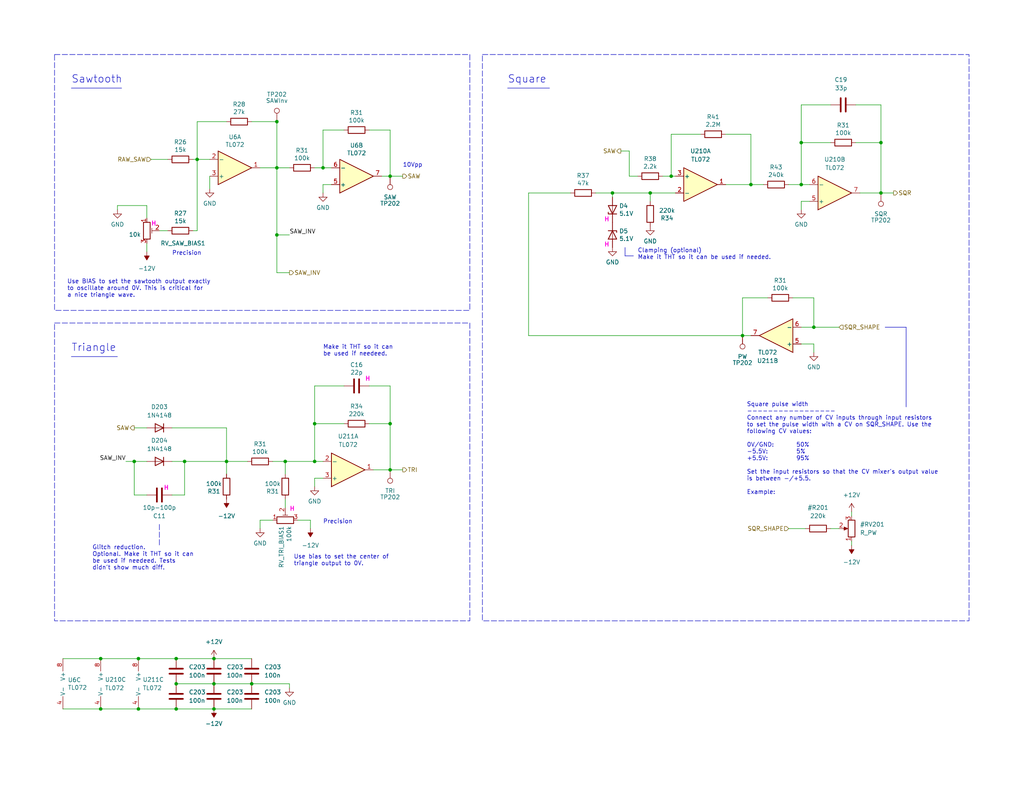
<source format=kicad_sch>
(kicad_sch (version 20231120) (generator "eeschema") (generator_version "8.0")
  (paper "User" 310.007 240.005)
  (title_block (title "Waveshapers"))
  (lib_symbols
    (symbol "-12V_1" (power) (pin_names (offset 0))
      (property "Value" "-12V_1" (at 0 3.81 0))
      (symbol "-12V_1_0_0"
        (pin power_in line (at 0 0 90) (length 0) hide (name "-12V") (number "1"))
      )
      (symbol "-12V_1_0_1"
        (polyline (pts (xy 0 0) (xy 0 1.27) (xy 0.762 1.27) (xy 0 2.54) (xy -0.762 1.27) (xy 0 1.27)) (fill (type outline)))
      )
    )
    (symbol "-12V_2" (power) (pin_names (offset 0))
      (property "Value" "-12V_2" (at 0 3.81 0))
      (symbol "-12V_2_0_0"
        (pin power_in line (at 0 0 90) (length 0) hide (name "-12V") (number "1"))
      )
      (symbol "-12V_2_0_1"
        (polyline (pts (xy 0 0) (xy 0 1.27) (xy 0.762 1.27) (xy 0 2.54) (xy -0.762 1.27) (xy 0 1.27)) (fill (type outline)))
      )
    )
    (symbol "-12V_3" (power) (pin_names (offset 0))
      (property "Value" "-12V_3" (at 0 3.81 0))
      (symbol "-12V_3_0_0"
        (pin power_in line (at 0 0 90) (length 0) hide (name "-12V") (number "1"))
      )
      (symbol "-12V_3_0_1"
        (polyline (pts (xy 0 0) (xy 0 1.27) (xy 0.762 1.27) (xy 0 2.54) (xy -0.762 1.27) (xy 0 1.27)) (fill (type outline)))
      )
    )
    (symbol "-12V_4" (power) (pin_names (offset 0))
      (property "Value" "-12V_4" (at 0 3.81 0))
      (symbol "-12V_4_0_0"
        (pin power_in line (at 0 0 90) (length 0) hide (name "-12V") (number "1"))
      )
      (symbol "-12V_4_0_1"
        (polyline (pts (xy 0 0) (xy 0 1.27) (xy 0.762 1.27) (xy 0 2.54) (xy -0.762 1.27) (xy 0 1.27)) (fill (type outline)))
      )
    )
    (symbol "Amplifier_Operational:TL072" (pin_names (offset 0.127))
      (property "Reference" "U" (at 0 5.08 0))
      (property "Value" "TL072" (at 0 -5.08 0))
      (symbol "TL072_1_1"
        (polyline (pts (xy -5.08 5.08) (xy 5.08 0) (xy -5.08 -5.08) (xy -5.08 5.08)) (stroke (width 0.254)) (fill (type background)))
        (pin output line (at 7.62 0 180) (length 2.54) (name "~") (number "1"))
        (pin input line (at -7.62 -2.54 0) (length 2.54) (name "-") (number "2"))
        (pin input line (at -7.62 2.54 0) (length 2.54) (name "+") (number "3"))
      )
      (symbol "TL072_2_1"
        (polyline (pts (xy -5.08 5.08) (xy 5.08 0) (xy -5.08 -5.08) (xy -5.08 5.08)) (stroke (width 0.254)) (fill (type background)))
        (pin input line (at -7.62 2.54 0) (length 2.54) (name "+") (number "5"))
        (pin input line (at -7.62 -2.54 0) (length 2.54) (name "-") (number "6"))
        (pin output line (at 7.62 0 180) (length 2.54) (name "~") (number "7"))
      )
      (symbol "TL072_3_1"
        (pin power_in line (at -2.54 -7.62 90) (length 3.81) (name "V-") (number "4"))
        (pin power_in line (at -2.54 7.62 270) (length 3.81) (name "V+") (number "8"))
      )
    )
    (symbol "Connector:TestPoint" (pin_numbers hide) (pin_names (offset 0.762) hide)
      (property "Reference" "TP" (at 0 6.858 0))
      (property "Value" "TestPoint" (at 0 5.08 0))
      (symbol "TestPoint_0_1"
        (circle (center 0 3.302) (radius 0.762))
      )
      (symbol "TestPoint_1_1"
        (pin passive line (at 0 0 90) (length 2.54) (name "1") (number "1"))
      )
    )
    (symbol "D_1" (pin_numbers hide) (pin_names (offset 1.016) hide)
      (property "Reference" "D" (at 0 2.54 0))
      (property "Value" "D" (at 0 -2.54 0))
      (symbol "D_1_0_1"
        (polyline (pts (xy -1.27 1.27) (xy -1.27 -1.27)) (stroke (width 0.254)))
        (polyline (pts (xy 1.27 0) (xy -1.27 0)))
        (polyline (pts (xy 1.27 1.27) (xy 1.27 -1.27) (xy -1.27 0) (xy 1.27 1.27)) (stroke (width 0.254)))
      )
      (symbol "D_1_1_1"
        (pin passive line (at -3.81 0 0) (length 2.54) (name "K") (number "1"))
        (pin passive line (at 3.81 0 180) (length 2.54) (name "A") (number "2"))
      )
    )
    (symbol "Device:C" (pin_numbers hide) (pin_names (offset 0.254))
      (property "Reference" "C" (at 0.635 2.54 0))
      (property "Value" "C" (at 0.635 -2.54 0))
      (symbol "C_0_1"
        (polyline (pts (xy -2.032 -0.762) (xy 2.032 -0.762)) (stroke (width 0.508)))
        (polyline (pts (xy -2.032 0.762) (xy 2.032 0.762)) (stroke (width 0.508)))
      )
      (symbol "C_1_1"
        (pin passive line (at 0 3.81 270) (length 2.794) (name "~") (number "1"))
        (pin passive line (at 0 -3.81 90) (length 2.794) (name "~") (number "2"))
      )
    )
    (symbol "Device:D_Zener" (pin_numbers hide) (pin_names (offset 1.016) hide)
      (property "Reference" "D" (at 0 2.54 0))
      (property "Value" "D_Zener" (at 0 -2.54 0))
      (symbol "D_Zener_0_1"
        (polyline (pts (xy 1.27 0) (xy -1.27 0)))
        (polyline (pts (xy -1.27 -1.27) (xy -1.27 1.27) (xy -0.762 1.27)) (stroke (width 0.254)))
        (polyline (pts (xy 1.27 -1.27) (xy 1.27 1.27) (xy -1.27 0) (xy 1.27 -1.27)) (stroke (width 0.254)))
      )
      (symbol "D_Zener_1_1"
        (pin passive line (at -3.81 0 0) (length 2.54) (name "K") (number "1"))
        (pin passive line (at 3.81 0 180) (length 2.54) (name "A") (number "2"))
      )
    )
    (symbol "Device:R" (pin_numbers hide) (pin_names (offset 0))
      (property "Reference" "R" (at 2.032 0 90))
      (property "Value" "R" (at 0 0 90))
      (symbol "R_0_1"
        (rectangle (start -1.016 -2.54) (end 1.016 2.54) (stroke (width 0.254)))
      )
      (symbol "R_1_1"
        (pin passive line (at 0 3.81 270) (length 1.27) (name "~") (number "1"))
        (pin passive line (at 0 -3.81 90) (length 1.27) (name "~") (number "2"))
      )
    )
    (symbol "Device:R_Potentiometer" (pin_names (offset 1.016) hide)
      (property "Reference" "RV" (at -4.445 0 90))
      (property "Value" "R_Potentiometer" (at -2.54 0 90))
      (symbol "R_Potentiometer_0_1"
        (polyline (pts (xy 2.54 0) (xy 1.524 0)))
        (polyline (pts (xy 1.143 0) (xy 2.286 0.508) (xy 2.286 -0.508) (xy 1.143 0)) (fill (type outline)))
        (rectangle (start 1.016 2.54) (end -1.016 -2.54) (stroke (width 0.254)))
      )
      (symbol "R_Potentiometer_1_1"
        (pin passive line (at 0 3.81 270) (length 1.27) (name "1") (number "1"))
        (pin passive line (at 3.81 0 180) (length 1.27) (name "2") (number "2"))
        (pin passive line (at 0 -3.81 90) (length 1.27) (name "3") (number "3"))
      )
    )
    (symbol "Device:R_Potentiometer_Trim" (pin_names (offset 1.016) hide)
      (property "Reference" "RV" (at -4.445 0 90))
      (property "Value" "R_Potentiometer_Trim" (at -2.54 0 90))
      (symbol "R_Potentiometer_Trim_0_1"
        (polyline (pts (xy 1.524 0.762) (xy 1.524 -0.762)))
        (polyline (pts (xy 2.54 0) (xy 1.524 0)))
        (rectangle (start 1.016 2.54) (end -1.016 -2.54) (stroke (width 0.254)))
      )
      (symbol "R_Potentiometer_Trim_1_1"
        (pin passive line (at 0 3.81 270) (length 1.27) (name "1") (number "1"))
        (pin passive line (at 3.81 0 180) (length 1.27) (name "2") (number "2"))
        (pin passive line (at 0 -3.81 90) (length 1.27) (name "3") (number "3"))
      )
    )
    (symbol "GND_1" (power) (pin_names (offset 0))
      (property "Value" "GND_1" (at 0 -3.81 0))
      (symbol "GND_1_0_1"
        (polyline (pts (xy 0 0) (xy 0 -1.27) (xy 1.27 -1.27) (xy 0 -2.54) (xy -1.27 -1.27) (xy 0 -1.27)))
      )
      (symbol "GND_1_1_1"
        (pin power_in line (at 0 0 270) (length 0) hide (name "GND") (number "1"))
      )
    )
    (symbol "power:+12V" (power) (pin_names (offset 0))
      (property "Value" "+12V" (at 0 3.556 0))
      (symbol "+12V_0_1"
        (polyline (pts (xy -0.762 1.27) (xy 0 2.54)))
        (polyline (pts (xy 0 0) (xy 0 2.54)))
        (polyline (pts (xy 0 2.54) (xy 0.762 1.27)))
      )
      (symbol "+12V_1_1"
        (pin power_in line (at 0 0 90) (length 0) hide (name "+12V") (number "1"))
      )
    )
    (symbol "power:-12V" (power) (pin_names (offset 0))
      (property "Value" "-12V" (at 0 3.81 0))
      (symbol "-12V_0_0"
        (pin power_in line (at 0 0 90) (length 0) hide (name "-12V") (number "1"))
      )
      (symbol "-12V_0_1"
        (polyline (pts (xy 0 0) (xy 0 1.27) (xy 0.762 1.27) (xy 0 2.54) (xy -0.762 1.27) (xy 0 1.27)) (fill (type outline)))
      )
    )
  )
  (junction (at 64.77 199.39))
  (junction (at 118.11 128.27))
  (junction (at 64.77 207.01))
  (junction (at 64.77 214.63))
  (junction (at 118.11 53.34))
  (junction (at 53.34 214.63))
  (junction (at 53.34 199.39))
  (junction (at 30.48 214.63))
  (junction (at 41.91 214.63))
  (junction (at 30.48 199.39))
  (junction (at 76.2 207.01))
  (junction (at 203.2 53.34))
  (junction (at 95.25 128.27))
  (junction (at 196.85 58.42))
  (junction (at 227.33 55.88))
  (junction (at 224.79 101.6))
  (junction (at 95.25 139.7))
  (junction (at 185.42 58.42))
  (junction (at 83.82 36.83))
  (junction (at 246.38 99.06))
  (junction (at 266.7 43.18))
  (junction (at 242.57 55.88))
  (junction (at 83.82 71.12))
  (junction (at 266.7 58.42))
  (junction (at 59.69 48.26))
  (junction (at 40.64 139.7))
  (junction (at 68.58 139.7))
  (junction (at 118.11 142.24))
  (junction (at 41.91 199.39))
  (junction (at 55.88 139.7))
  (junction (at 53.34 207.01))
  (junction (at 86.36 139.7))
  (junction (at 97.79 50.8))
  (junction (at 242.57 43.18))
  (junction (at 83.82 50.8))
  (wire (pts (xy 97.79 50.8) (xy 100.33 50.8)))
  (wire (pts (xy 238.76 160.02) (xy 243.84 160.02)))
  (polyline (pts (xy 21.59 26.67) (xy 36.83 26.67)))
  (wire (pts (xy 104.14 128.27) (xy 95.25 128.27)))
  (wire (pts (xy 266.7 31.75) (xy 266.7 43.18)))
  (wire (pts (xy 118.11 128.27) (xy 118.11 142.24)))
  (wire (pts (xy 52.07 149.86) (xy 55.88 149.86)))
  (wire (pts (xy 224.79 101.6) (xy 227.33 101.6)))
  (wire (pts (xy 35.56 63.5) (xy 35.56 62.23)))
  (wire (pts (xy 19.05 214.63) (xy 30.48 214.63)))
  (wire (pts (xy 97.79 39.37) (xy 97.79 50.8)))
  (wire (pts (xy 246.38 106.68) (xy 246.38 104.14)))
  (wire (pts (xy 266.7 58.42) (xy 260.35 58.42)))
  (wire (pts (xy 180.34 58.42) (xy 185.42 58.42)))
  (wire (pts (xy 242.57 60.96) (xy 242.57 63.5)))
  (wire (pts (xy 68.58 139.7) (xy 74.93 139.7)))
  (polyline (pts (xy 274.32 123.19) (xy 274.32 99.06)))
  (wire (pts (xy 40.64 149.86) (xy 40.64 139.7)))
  (wire (pts (xy 185.42 58.42) (xy 196.85 58.42)))
  (wire (pts (xy 53.34 214.63) (xy 64.77 214.63)))
  (wire (pts (xy 38.1 139.7) (xy 40.64 139.7)))
  (wire (pts (xy 30.48 199.39) (xy 41.91 199.39)))
  (wire (pts (xy 83.82 50.8) (xy 78.74 50.8)))
  (wire (pts (xy 227.33 40.64) (xy 227.33 55.88)))
  (wire (pts (xy 52.07 129.54) (xy 68.58 129.54)))
  (wire (pts (xy 251.46 31.75) (xy 242.57 31.75)))
  (wire (pts (xy 196.85 58.42) (xy 196.85 60.96)))
  (polyline (pts (xy 191.77 77.47) (xy 189.23 77.47)))
  (wire (pts (xy 41.91 214.63) (xy 53.34 214.63)))
  (wire (pts (xy 111.76 39.37) (xy 118.11 39.37)))
  (wire (pts (xy 19.05 199.39) (xy 30.48 199.39)))
  (wire (pts (xy 97.79 139.7) (xy 95.25 139.7)))
  (wire (pts (xy 111.76 116.84) (xy 118.11 116.84)))
  (wire (pts (xy 63.5 53.34) (xy 63.5 57.15)))
  (wire (pts (xy 160.02 101.6) (xy 224.79 101.6)))
  (wire (pts (xy 97.79 55.88) (xy 97.79 58.42)))
  (wire (pts (xy 68.58 36.83) (xy 59.69 36.83)))
  (wire (pts (xy 83.82 36.83) (xy 83.82 50.8)))
  (wire (pts (xy 212.09 40.64) (xy 203.2 40.64)))
  (wire (pts (xy 87.63 208.28) (xy 87.63 207.01)))
  (wire (pts (xy 58.42 69.85) (xy 59.69 69.85)))
  (wire (pts (xy 83.82 71.12) (xy 87.63 71.12)))
  (wire (pts (xy 95.25 116.84) (xy 95.25 128.27)))
  (wire (pts (xy 203.2 40.64) (xy 203.2 53.34)))
  (wire (pts (xy 95.25 128.27) (xy 95.25 139.7)))
  (wire (pts (xy 246.38 90.17) (xy 246.38 99.06)))
  (wire (pts (xy 104.14 116.84) (xy 95.25 116.84)))
  (wire (pts (xy 82.55 157.48) (xy 78.74 157.48)))
  (wire (pts (xy 172.72 58.42) (xy 160.02 58.42)))
  (wire (pts (xy 254 99.06) (xy 246.38 99.06)))
  (wire (pts (xy 204.47 58.42) (xy 196.85 58.42)))
  (wire (pts (xy 121.92 53.34) (xy 118.11 53.34)))
  (wire (pts (xy 231.14 55.88) (xy 227.33 55.88)))
  (wire (pts (xy 52.07 139.7) (xy 55.88 139.7)))
  (wire (pts (xy 64.77 199.39) (xy 76.2 199.39)))
  (wire (pts (xy 187.96 45.72) (xy 190.5 45.72)))
  (wire (pts (xy 68.58 129.54) (xy 68.58 139.7)))
  (wire (pts (xy 58.42 48.26) (xy 59.69 48.26)))
  (wire (pts (xy 97.79 144.78) (xy 95.25 144.78)))
  (wire (pts (xy 118.11 142.24) (xy 113.03 142.24)))
  (wire (pts (xy 227.33 55.88) (xy 219.71 55.88)))
  (wire (pts (xy 30.48 214.63) (xy 41.91 214.63)))
  (wire (pts (xy 90.17 157.48) (xy 93.98 157.48)))
  (polyline (pts (xy 48.26 158.75) (xy 48.26 165.1)) (stroke (width 0) (type dash)))
  (wire (pts (xy 45.72 48.26) (xy 50.8 48.26)))
  (wire (pts (xy 190.5 53.34) (xy 193.04 53.34)))
  (wire (pts (xy 219.71 40.64) (xy 227.33 40.64)))
  (wire (pts (xy 270.51 58.42) (xy 266.7 58.42)))
  (wire (pts (xy 82.55 139.7) (xy 86.36 139.7)))
  (wire (pts (xy 64.77 207.01) (xy 76.2 207.01)))
  (wire (pts (xy 259.08 31.75) (xy 266.7 31.75)))
  (wire (pts (xy 59.69 36.83) (xy 59.69 48.26)))
  (wire (pts (xy 55.88 139.7) (xy 68.58 139.7)))
  (wire (pts (xy 83.82 82.55) (xy 87.63 82.55)))
  (wire (pts (xy 251.46 43.18) (xy 242.57 43.18)))
  (wire (pts (xy 40.64 139.7) (xy 44.45 139.7)))
  (wire (pts (xy 83.82 71.12) (xy 83.82 50.8)))
  (polyline (pts (xy 153.67 26.67) (xy 166.37 26.67)))
  (wire (pts (xy 59.69 48.26) (xy 63.5 48.26)))
  (wire (pts (xy 55.88 149.86) (xy 55.88 139.7)))
  (polyline (pts (xy 267.97 99.06) (xy 274.32 99.06)))
  (wire (pts (xy 224.79 90.17) (xy 224.79 101.6)))
  (wire (pts (xy 160.02 101.6) (xy 160.02 58.42)))
  (wire (pts (xy 53.34 199.39) (xy 64.77 199.39)))
  (wire (pts (xy 242.57 43.18) (xy 242.57 55.88)))
  (wire (pts (xy 86.36 139.7) (xy 86.36 143.51)))
  (wire (pts (xy 203.2 53.34) (xy 200.66 53.34)))
  (polyline (pts (xy 189.23 77.47) (xy 189.23 74.93)))
  (wire (pts (xy 44.45 76.2) (xy 44.45 73.66)))
  (wire (pts (xy 93.98 157.48) (xy 93.98 160.02)))
  (wire (pts (xy 245.11 55.88) (xy 242.57 55.88)))
  (wire (pts (xy 246.38 104.14) (xy 242.57 104.14)))
  (wire (pts (xy 53.34 207.01) (xy 64.77 207.01)))
  (wire (pts (xy 100.33 55.88) (xy 97.79 55.88)))
  (wire (pts (xy 87.63 50.8) (xy 83.82 50.8)))
  (wire (pts (xy 232.41 90.17) (xy 224.79 90.17)))
  (wire (pts (xy 95.25 144.78) (xy 95.25 147.32)))
  (wire (pts (xy 245.11 60.96) (xy 242.57 60.96)))
  (wire (pts (xy 35.56 62.23) (xy 44.45 62.23)))
  (wire (pts (xy 76.2 36.83) (xy 83.82 36.83)))
  (wire (pts (xy 95.25 50.8) (xy 97.79 50.8)))
  (wire (pts (xy 118.11 116.84) (xy 118.11 128.27)))
  (wire (pts (xy 242.57 55.88) (xy 238.76 55.88)))
  (wire (pts (xy 246.38 99.06) (xy 242.57 99.06)))
  (wire (pts (xy 266.7 43.18) (xy 266.7 58.42)))
  (wire (pts (xy 41.91 199.39) (xy 53.34 199.39)))
  (wire (pts (xy 251.46 160.02) (xy 254 160.02)))
  (wire (pts (xy 44.45 149.86) (xy 40.64 149.86)))
  (wire (pts (xy 190.5 45.72) (xy 190.5 53.34)))
  (wire (pts (xy 44.45 62.23) (xy 44.45 66.04)))
  (wire (pts (xy 64.77 214.63) (xy 76.2 214.63)))
  (wire (pts (xy 204.47 53.34) (xy 203.2 53.34)))
  (wire (pts (xy 40.64 129.54) (xy 44.45 129.54)))
  (wire (pts (xy 118.11 53.34) (xy 115.57 53.34)))
  (wire (pts (xy 118.11 39.37) (xy 118.11 53.34)))
  (polyline (pts (xy 21.59 107.95) (xy 35.56 107.95)))
  (wire (pts (xy 257.81 163.83) (xy 257.81 165.1)))
  (wire (pts (xy 104.14 39.37) (xy 97.79 39.37)))
  (wire (pts (xy 118.11 142.24) (xy 121.92 142.24)))
  (wire (pts (xy 242.57 31.75) (xy 242.57 43.18)))
  (wire (pts (xy 48.26 69.85) (xy 50.8 69.85)))
  (wire (pts (xy 68.58 143.51) (xy 68.58 139.7)))
  (wire (pts (xy 86.36 151.13) (xy 86.36 153.67)))
  (wire (pts (xy 78.74 157.48) (xy 78.74 160.02)))
  (wire (pts (xy 59.69 48.26) (xy 59.69 69.85)))
  (wire (pts (xy 240.03 90.17) (xy 246.38 90.17)))
  (wire (pts (xy 95.25 139.7) (xy 86.36 139.7)))
  (wire (pts (xy 76.2 207.01) (xy 87.63 207.01)))
  (wire (pts (xy 259.08 43.18) (xy 266.7 43.18)))
  (wire (pts (xy 257.81 154.94) (xy 257.81 156.21)))
  (wire (pts (xy 185.42 58.42) (xy 185.42 59.69)))
  (wire (pts (xy 83.82 71.12) (xy 83.82 82.55)))
  (wire (pts (xy 111.76 128.27) (xy 118.11 128.27)))
  (rectangle (start 16.51 97.79) (end 142.24 187.96) (stroke (width 0) (type dash)))
  (rectangle (start 16.51 16.51) (end 142.24 93.98) (stroke (width 0) (type dash)))
  (rectangle (start 146.05 16.51) (end 293.37 187.96) (stroke (width 0) (type dash)))
  (text "H" (at 45.72 68.58 0) (effects (font (size 1.27 1.27) (thickness 0.254) (bold yes)) (justify left bottom)))
  (text "Precision" (at 52.07 77.47 0) (effects (font (size 1.27 1.27)) (justify left bottom)))
  (text "Use bias to set the center of \ntriangle output to 0V." (at 88.9 171.45 0) (effects (font (size 1.27 1.27)) (justify left bottom)))
  (text "10Vpp" (at 121.92 50.8 0) (effects (font (size 1.27 1.27)) (justify left bottom)))
  (text "H" (at 49.53 148.59 0) (effects (font (size 1.27 1.27) (thickness 0.254) (bold yes)) (justify left bottom)))
  (text "H" (at 182.88 74.93 0) (effects (font (size 1.27 1.27) (thickness 0.254) (bold yes)) (justify left bottom)))
  (text "Sawtooth" (at 21.59 25.4 0) (effects (font (size 2.2606 2.2606)) (justify left bottom)))
  (text "Precision" (at 97.79 158.75 0) (effects (font (size 1.27 1.27)) (justify left bottom)))
  (text "H" (at 182.88 67.31 0) (effects (font (size 1.27 1.27) (thickness 0.254) (bold yes)) (justify left bottom)))
  (text "Square pulse width\n-----------------\nConnect any number of CV inputs through input resistors \nto set the pulse width with a CV on SQR_SHAPE. Use the \nfollowing CV values:\n\n0V/GND: 	50%\n-5.5V: 		5%\n+5.5V: 		95%\n\nSet the input resistors so that the CV mixer's output value \nis between -/+5.5.\n\nExample:" (at 226.06 149.86 0) (effects (font (size 1.27 1.27)) (justify left bottom)))
  (text "Use BIAS to set the sawtooth output exactly\nto oscillate around 0V. This is critical for\na nice triangle wave." (at 20.32 90.17 0) (effects (font (size 1.27 1.27)) (justify left bottom)))
  (text "Make it THT so it can \nbe used if needeed." (at 97.79 107.95 0) (effects (font (size 1.27 1.27)) (justify left bottom)))
  (text "Square" (at 153.67 25.4 0) (effects (font (size 2.2606 2.2606)) (justify left bottom)))
  (text "H" (at 110.49 115.57 0) (effects (font (size 1.27 1.27) (thickness 0.254) (bold yes)) (justify left bottom)))
  (text "Clamping (optional)\nMake it THT so it can be used if needed." (at 193.04 78.74 0) (effects (font (size 1.27 1.27)) (justify left bottom)))
  (text "Triangle" (at 21.59 106.68 0) (effects (font (size 2.2606 2.2606)) (justify left bottom)))
  (text "Glitch reduction.\nOptional. Make it THT so it can \nbe used if needeed. Tests \ndidn't show much diff." (at 27.94 172.72 0) (effects (font (size 1.27 1.27)) (justify left bottom)))
  (text "H" (at 87.63 154.94 0) (effects (font (size 1.27 1.27) (thickness 0.254) (bold yes)) (justify left bottom)))
  (label "SAW_INV" (at 87.63 71.12 0))
  (label "SAW_INV" (at 38.1 139.7 180))
  (hierarchical_label "SAW_INV" (shape output) (at 87.63 82.55 0))
  (hierarchical_label "RAW_SAW" (shape input) (at 45.72 48.26 180))
  (hierarchical_label "SAW" (shape output) (at 40.64 129.54 180))
  (hierarchical_label "SQR" (shape output) (at 270.51 58.42 0))
  (hierarchical_label "SAW" (shape output) (at 187.96 45.72 180))
  (hierarchical_label "TRI" (shape output) (at 121.92 142.24 0))
  (hierarchical_label "SQR_SHAPE" (shape input) (at 238.76 160.02 180))
  (hierarchical_label "SAW" (shape output) (at 121.92 53.34 0))
  (hierarchical_label "SQR_SHAPE" (shape input) (at 254 99.06 0))
  (symbol (lib_id "Device:C") (at 64.77 210.82 0) (unit 1)
    (property "Reference" "C203" (at 68.58 209.55 0) (effects (justify left)))
    (property "Value" "100n" (at 68.58 212.09 0) (effects (justify left)))
    (property "Footprint" "Capacitor_SMD:C_0603_1608Metric" (effects (hide yes)))
    (property "LCSC" "C14663" (effects (hide yes)))
    (instances (project "A-psu-voice-proto-4l" (path "" (reference "C203") (unit 1))) (project "core-rev-3" (path "" (reference "C232") (unit 1)) (path "" (reference "C268") (unit 1)) (path "" (reference "C203") (unit 1))) (project "hog-v2-voice-proto" (path "" (reference "C203") (unit 1))))
  )
  (symbol (lib_id "Connector:TestPoint") (at 224.79 101.6 180) (unit 1) (in_bom no)
    (property "Reference" "TP202" (at 224.79 109.855 0))
    (property "Value" "PW" (at 224.79 107.95 0))
    (property "Footprint" "TestPoint:TestPoint_THTPad_2.0x2.0mm_Drill1.0mm" (effects (hide yes)))
    (instances (project "core-rev-3" (path "" (reference "TP202") (unit 1)) (path "" (reference "TP215") (unit 1)) (path "" (reference "TP216") (unit 1)) (path "" (reference "TP206") (unit 1))))
  )
  (symbol (lib_id "Device:C") (at 53.34 210.82 0) (unit 1)
    (property "Reference" "C203" (at 57.15 209.55 0) (effects (justify left)))
    (property "Value" "100n" (at 57.15 212.09 0) (effects (justify left)))
    (property "Footprint" "Capacitor_SMD:C_0603_1608Metric" (effects (hide yes)))
    (property "LCSC" "C14663" (effects (hide yes)))
    (instances (project "A-psu-voice-proto-4l" (path "" (reference "C203") (unit 1))) (project "core-rev-3" (path "" (reference "C230") (unit 1)) (path "" (reference "C266") (unit 1)) (path "" (reference "C203") (unit 1))) (project "hog-v2-voice-proto" (path "" (reference "C203") (unit 1))))
  )
  (symbol (lib_id "Amplifier_Operational:TL072") (at 107.95 53.34 0) (mirror x) (unit 2)
    (property "Reference" "U6" (at 107.95 44.0182 0))
    (property "Value" "TL072" (at 107.95 46.3296 0))
    (property "Footprint" "Package_SO:SOIC-8_3.9x4.9mm_P1.27mm" (effects (hide yes)))
    (property "Datasheet" "http://www.ti.com/lit/ds/symlink/tl071.pdf" (effects (hide yes)))
    (property "LCSC" "C6961" (effects (hide yes)))
    (instances (project "hog-f1-voice" (path "" (reference "U6") (unit 2))) (project "core-rev-3" (path "" (reference "U209") (unit 2)) (path "" (reference "U225") (unit 2))))
  )
  (symbol (lib_id "Device:C") (at 64.77 203.2 0) (unit 1)
    (property "Reference" "C203" (at 68.58 201.93 0) (effects (justify left)))
    (property "Value" "100n" (at 68.58 204.47 0) (effects (justify left)))
    (property "Footprint" "Capacitor_SMD:C_0603_1608Metric" (effects (hide yes)))
    (property "LCSC" "C14663" (effects (hide yes)))
    (instances (project "A-psu-voice-proto-4l" (path "" (reference "C203") (unit 1))) (project "core-rev-3" (path "" (reference "C231") (unit 1)) (path "" (reference "C267") (unit 1)) (path "" (reference "C203") (unit 1))) (project "hog-v2-voice-proto" (path "" (reference "C203") (unit 1))))
  )
  (symbol (lib_id "Device:C") (at 107.95 116.84 270) (unit 1) (in_bom no)
    (property "Reference" "C16" (at 107.95 110.4392 90))
    (property "Value" "22p" (at 107.95 112.7506 90))
    (property "Footprint" "Capacitor_THT:C_Disc_D3.0mm_W2.0mm_P2.50mm" (effects (hide yes)))
    (instances (project "hog-f1-voice" (path "" (reference "C16") (unit 1))) (project "core-rev-3" (path "" (reference "C235") (unit 1)) (path "" (reference "C271") (unit 1))))
  )
  (symbol (lib_name "-12V_2") (lib_id "power:-12V") (at 93.98 160.02 180) (unit 1)
    (property "Reference" "#PWR0269" (effects (hide yes)))
    (property "Value" "-12V" (at 93.98 165.1 0))
    (instances (project "core-rev-3" (path "" (reference "#PWR0269") (unit 1)) (path "" (reference "#PWR0353") (unit 1))))
  )
  (symbol (lib_name "GND_1") (lib_id "power:GND") (at 87.63 208.28 0) (unit 1)
    (property "Reference" "#PWR0268" (effects (hide yes)))
    (property "Value" "GND" (at 87.63 212.725 0))
    (instances (project "core-rev-3" (path "" (reference "#PWR0268") (unit 1)) (path "" (reference "#PWR0352") (unit 1))))
  )
  (symbol (lib_name "GND_1") (lib_id "power:GND") (at 246.38 106.68 0) (unit 1)
    (property "Reference" "#PWR0275" (effects (hide yes)))
    (property "Value" "GND" (at 246.38 111.125 0))
    (instances (project "core-rev-3" (path "" (reference "#PWR0275") (unit 1)) (path "" (reference "#PWR0359") (unit 1))))
  )
  (symbol (lib_id "Device:R") (at 234.95 55.88 270) (unit 1)
    (property "Reference" "R43" (at 234.95 50.6222 90))
    (property "Value" "240k" (at 234.95 52.9336 90))
    (property "Footprint" "Resistor_SMD:R_0603_1608Metric" (effects (hide yes)))
    (property "LCSC" "C4197" (effects (hide yes)))
    (instances (project "hog-f1-voice" (path "" (reference "R43") (unit 1))) (project "core-rev-3" (path "" (reference "R261") (unit 1)) (path "" (reference "R315") (unit 1))))
  )
  (symbol (lib_id "Device:R") (at 176.53 58.42 270) (unit 1)
    (property "Reference" "R37" (at 176.53 53.1622 90))
    (property "Value" "47k" (at 176.53 55.4736 90))
    (property "Footprint" "Resistor_SMD:R_0603_1608Metric" (effects (hide yes)))
    (property "LCSC" "C25819" (effects (hide yes)))
    (instances (project "hog-f1-voice" (path "" (reference "R37") (unit 1))) (project "core-rev-3" (path "" (reference "R257") (unit 1)) (path "" (reference "R311") (unit 1))))
  )
  (symbol (lib_id "Device:R") (at 236.22 90.17 270) (unit 1)
    (property "Reference" "R31" (at 236.22 84.9122 90))
    (property "Value" "100k" (at 236.22 87.2236 90))
    (property "Footprint" "Resistor_SMD:R_0603_1608Metric" (effects (hide yes)))
    (property "LCSC" "C25803" (effects (hide yes)))
    (instances (project "hog-f1-voice" (path "" (reference "R31") (unit 1))) (project "core-rev-3" (path "" (reference "R262") (unit 1)) (path "" (reference "R316") (unit 1))))
  )
  (symbol (lib_id "Device:R_Potentiometer") (at 257.81 160.02 180) (unit 1)
    (property "Reference" "#RV201" (at 260.35 158.75 0) (effects (justify right)))
    (property "Value" "R_PW" (at 260.35 161.29 0) (effects (justify right)))
    (instances (project "core-rev-3" (path "" (reference "#RV201") (unit 1)) (path "" (reference "#RV202") (unit 1))))
  )
  (symbol (lib_id "Device:R") (at 107.95 128.27 270) (unit 1)
    (property "Reference" "R34" (at 107.95 123.0122 90))
    (property "Value" "220k" (at 107.95 125.3236 90))
    (property "Footprint" "Resistor_SMD:R_0603_1608Metric" (effects (hide yes)))
    (property "LCSC" "C22961" (effects (hide yes)))
    (instances (project "hog-f1-voice" (path "" (reference "R34") (unit 1))) (project "core-rev-3" (path "" (reference "R256") (unit 1)) (path "" (reference "R310") (unit 1))))
  )
  (symbol (lib_id "Amplifier_Operational:TL072") (at 105.41 142.24 0) (mirror x) (unit 1)
    (property "Reference" "U211" (at 105.41 132.08 0))
    (property "Value" "TL072" (at 105.41 134.62 0))
    (property "Footprint" "Package_SO:SOIC-8_3.9x4.9mm_P1.27mm" (effects (hide yes)))
    (property "Datasheet" "http://www.ti.com/lit/ds/symlink/tl071.pdf" (effects (hide yes)))
    (property "LCSC" "C6961" (effects (hide yes)))
    (instances (project "core-rev-3" (path "" (reference "U211") (unit 1)) (path "" (reference "U227") (unit 1))))
  )
  (symbol (lib_name "GND_1") (lib_id "power:GND") (at 196.85 68.58 0) (unit 1)
    (property "Reference" "#PWR0273" (effects (hide yes)))
    (property "Value" "GND" (at 196.85 73.025 0))
    (instances (project "core-rev-3" (path "" (reference "#PWR0273") (unit 1)) (path "" (reference "#PWR0357") (unit 1))))
  )
  (symbol (lib_id "Device:R") (at 247.65 160.02 90) (unit 1)
    (property "Reference" "#R201" (at 247.65 153.67 90))
    (property "Value" "220k" (at 247.65 156.21 90))
    (instances (project "core-rev-3" (path "" (reference "#R201") (unit 1)) (path "" (reference "#R202") (unit 1))))
  )
  (symbol (lib_id "Device:R") (at 196.85 53.34 270) (unit 1)
    (property "Reference" "R38" (at 196.85 48.0822 90))
    (property "Value" "2.2k" (at 196.85 50.3936 90))
    (property "Footprint" "Resistor_SMD:R_0603_1608Metric" (effects (hide yes)))
    (property "LCSC" "C4190" (effects (hide yes)))
    (instances (project "hog-f1-voice" (path "" (reference "R38") (unit 1))) (project "core-rev-3" (path "" (reference "R258") (unit 1)) (path "" (reference "R312") (unit 1))))
  )
  (symbol (lib_name "GND_1") (lib_id "power:GND") (at 242.57 63.5 0) (unit 1)
    (property "Reference" "#PWR0274" (effects (hide yes)))
    (property "Value" "GND" (at 242.57 67.945 0))
    (instances (project "core-rev-3" (path "" (reference "#PWR0274") (unit 1)) (path "" (reference "#PWR0358") (unit 1))))
  )
  (symbol (lib_id "Device:R") (at 86.36 147.32 0) (unit 1)
    (property "Reference" "R31" (at 82.55 148.7678 0))
    (property "Value" "100k" (at 82.55 146.4564 0))
    (property "Footprint" "Resistor_SMD:R_0603_1608Metric" (effects (hide yes)))
    (property "LCSC" "C25803" (effects (hide yes)))
    (instances (project "hog-f1-voice" (path "" (reference "R31") (unit 1))) (project "core-rev-3" (path "" (reference "R253") (unit 1)) (path "" (reference "R307") (unit 1))))
  )
  (symbol (lib_name "GND_1") (lib_id "power:GND") (at 63.5 57.15 0) (unit 1)
    (property "Reference" "#PWR0263" (effects (hide yes)))
    (property "Value" "GND" (at 63.5 61.595 0))
    (instances (project "core-rev-3" (path "" (reference "#PWR0263") (unit 1)) (path "" (reference "#PWR0347") (unit 1))))
  )
  (symbol (lib_id "Device:R") (at 78.74 139.7 270) (unit 1)
    (property "Reference" "R31" (at 78.74 134.4422 90))
    (property "Value" "100k" (at 78.74 136.7536 90))
    (property "Footprint" "Resistor_SMD:R_0603_1608Metric" (effects (hide yes)))
    (property "LCSC" "C25803" (effects (hide yes)))
    (instances (project "hog-f1-voice" (path "" (reference "R31") (unit 1))) (project "core-rev-3" (path "" (reference "R252") (unit 1)) (path "" (reference "R306") (unit 1))))
  )
  (symbol (lib_id "Amplifier_Operational:TL072") (at 33.02 207.01 0) (unit 3)
    (property "Reference" "U210" (at 31.75 205.74 0) (effects (justify left)))
    (property "Value" "TL072" (at 31.75 208.28 0) (effects (justify left)))
    (property "Footprint" "Package_SO:SOIC-8_3.9x4.9mm_P1.27mm" (effects (hide yes)))
    (property "Datasheet" "http://www.ti.com/lit/ds/symlink/tl071.pdf" (effects (hide yes)))
    (property "LCSC" "C6961" (effects (hide yes)))
    (instances (project "core-rev-3" (path "" (reference "U210") (unit 3)) (path "" (reference "U226") (unit 3))))
  )
  (symbol (lib_id "Device:C") (at 255.27 31.75 90) (unit 1)
    (property "Reference" "C19" (at 256.54 24.13 90) (effects (justify left)))
    (property "Value" "33p" (at 256.54 26.67 90) (effects (justify left)))
    (property "Footprint" "Capacitor_SMD:C_0603_1608Metric" (effects (hide yes)))
    (property "LCSC" "C1663" (effects (hide yes)))
    (instances (project "hog-f1-voice" (path "" (reference "C19") (unit 1))) (project "core-rev-3" (path "" (reference "C236") (unit 1)) (path "" (reference "C272") (unit 1))))
  )
  (symbol (lib_name "GND_1") (lib_id "power:GND") (at 185.42 74.93 0) (unit 1)
    (property "Reference" "#PWR0272" (effects (hide yes)))
    (property "Value" "GND" (at 185.42 79.375 0))
    (instances (project "core-rev-3" (path "" (reference "#PWR0272") (unit 1)) (path "" (reference "#PWR0356") (unit 1))))
  )
  (symbol (lib_id "Amplifier_Operational:TL072") (at 234.95 101.6 180) (unit 2)
    (property "Reference" "U211" (at 232.41 109.22 0))
    (property "Value" "TL072" (at 232.41 106.68 0))
    (property "Footprint" "Package_SO:SOIC-8_3.9x4.9mm_P1.27mm" (effects (hide yes)))
    (property "Datasheet" "http://www.ti.com/lit/ds/symlink/tl071.pdf" (effects (hide yes)))
    (property "LCSC" "C6961" (effects (hide yes)))
    (instances (project "core-rev-3" (path "" (reference "U211") (unit 2)) (path "" (reference "U227") (unit 2))))
  )
  (symbol (lib_id "Device:R_Potentiometer_Trim") (at 86.36 157.48 90) (unit 1) (in_bom no)
    (property "Reference" "RV_TRI_BIAS1" (at 85.1916 159.2326 0) (effects (justify right)))
    (property "Value" "100k" (at 87.503 159.2326 0) (effects (justify right)))
    (property "Footprint" "Potentiometer_THT:Potentiometer_Bourns_3006P_Horizontal" (effects (hide yes)))
    (property "Arwill" "https://arwill.hu/termekek/passziv-alkatreszek/trimmer-potmeterek/7401/100k-helitrimmer-potmeter-911756/" (effects (hide yes)))
    (instances (project "hog-f1-voice" (path "" (reference "RV_TRI_BIAS1") (unit 1))) (project "core-rev-3" (path "" (reference "RV_TRI_BIAS201") (unit 1)) (path "" (reference "RV_TRI_BIAS202") (unit 1))))
  )
  (symbol (lib_name "GND_1") (lib_id "power:GND") (at 97.79 58.42 0) (unit 1)
    (property "Reference" "#PWR0271" (effects (hide yes)))
    (property "Value" "GND" (at 97.79 62.865 0))
    (instances (project "core-rev-3" (path "" (reference "#PWR0271") (unit 1)) (path "" (reference "#PWR0355") (unit 1))))
  )
  (symbol (lib_name "GND_1") (lib_id "power:GND") (at 95.25 147.32 0) (unit 1)
    (property "Reference" "#PWR0270" (effects (hide yes)))
    (property "Value" "GND" (at 95.25 151.765 0))
    (instances (project "core-rev-3" (path "" (reference "#PWR0270") (unit 1)) (path "" (reference "#PWR0354") (unit 1))))
  )
  (symbol (lib_id "Amplifier_Operational:TL072") (at 21.59 207.01 0) (unit 3)
    (property "Reference" "U6" (at 20.5232 205.8416 0) (effects (justify left)))
    (property "Value" "TL072" (at 20.5232 208.153 0) (effects (justify left)))
    (property "Footprint" "Package_SO:SOIC-8_3.9x4.9mm_P1.27mm" (effects (hide yes)))
    (property "Datasheet" "http://www.ti.com/lit/ds/symlink/tl071.pdf" (effects (hide yes)))
    (property "LCSC" "C6961" (effects (hide yes)))
    (instances (project "hog-f1-voice" (path "" (reference "U6") (unit 3))) (project "core-rev-3" (path "" (reference "U209") (unit 3)) (path "" (reference "U225") (unit 3))))
  )
  (symbol (lib_id "Connector:TestPoint") (at 118.11 142.24 180) (unit 1) (in_bom no)
    (property "Reference" "TP202" (at 118.11 150.495 0))
    (property "Value" "TRI" (at 118.11 148.59 0))
    (property "Footprint" "TestPoint:TestPoint_THTPad_2.0x2.0mm_Drill1.0mm" (effects (hide yes)))
    (instances (project "core-rev-3" (path "" (reference "TP202") (unit 1)) (path "" (reference "TP213") (unit 1)) (path "" (reference "TP214") (unit 1)) (path "" (reference "TP206") (unit 1))))
  )
  (symbol (lib_id "power:+12V") (at 64.77 199.39 0) (unit 1)
    (property "Reference" "#PWR0264" (effects (hide yes)))
    (property "Value" "+12V" (at 64.77 194.31 0))
    (instances (project "core-rev-3" (path "" (reference "#PWR0264") (unit 1)) (path "" (reference "#PWR0348") (unit 1))))
  )
  (symbol (lib_id "Amplifier_Operational:TL072") (at 39.37 207.01 0) (mirror y) (unit 3)
    (property "Reference" "U211" (at 43.18 205.74 0) (effects (justify right)))
    (property "Value" "TL072" (at 43.18 208.28 0) (effects (justify right)))
    (property "Footprint" "Package_SO:SOIC-8_3.9x4.9mm_P1.27mm" (effects (hide yes)))
    (property "Datasheet" "http://www.ti.com/lit/ds/symlink/tl071.pdf" (effects (hide yes)))
    (property "LCSC" "C6961" (effects (hide yes)))
    (instances (project "core-rev-3" (path "" (reference "U211") (unit 3)) (path "" (reference "U227") (unit 3))))
  )
  (symbol (lib_name "-12V_1") (lib_id "power:-12V") (at 64.77 214.63 180) (unit 1)
    (property "Reference" "#PWR0265" (effects (hide yes)))
    (property "Value" "-12V" (at 64.77 219.075 0))
    (instances (project "core-rev-3" (path "" (reference "#PWR0265") (unit 1)) (path "" (reference "#PWR0349") (unit 1))))
  )
  (symbol (lib_id "Device:D_Zener") (at 185.42 71.12 270) (unit 1) (in_bom no)
    (property "Reference" "D5" (at 187.452 69.9516 90) (effects (justify left)))
    (property "Value" "5.1V" (at 187.452 72.263 90) (effects (justify left)))
    (property "Footprint" "Diode_THT:D_DO-34_SOD68_P2.54mm_Vertical_AnodeUp" (effects (hide yes)))
    (instances (project "hog-f1-voice" (path "" (reference "D5") (unit 1))) (project "core-rev-3" (path "" (reference "D206") (unit 1)) (path "" (reference "D215") (unit 1))))
  )
  (symbol (lib_name "D_1") (lib_id "Device:D") (at 48.26 129.54 0) (mirror y) (unit 1)
    (property "Reference" "D203" (at 48.26 123.19 0))
    (property "Value" "1N4148" (at 48.26 125.73 0))
    (property "Footprint" "Diode_SMD:D_SOD-123" (effects (hide yes)))
    (property "Sim.Device" "D" (effects (hide yes)))
    (property "Sim.Pins" "1=K 2=A" (effects (hide yes)))
    (property "LCSC" "C81598" (effects (hide yes)))
    (instances (project "core-rev-3" (path "" (reference "D203") (unit 1)) (path "" (reference "D212") (unit 1))))
  )
  (symbol (lib_id "Device:R") (at 72.39 36.83 270) (unit 1)
    (property "Reference" "R28" (at 72.39 31.5722 90))
    (property "Value" "27k" (at 72.39 33.8836 90))
    (property "Footprint" "Resistor_SMD:R_0603_1608Metric" (effects (hide yes)))
    (property "LCSC" "C22967" (effects (hide yes)))
    (instances (project "hog-f1-voice" (path "" (reference "R28") (unit 1))) (project "core-rev-3" (path "" (reference "R251") (unit 1)) (path "" (reference "R305") (unit 1))))
  )
  (symbol (lib_id "Device:D_Zener") (at 185.42 63.5 90) (unit 1) (in_bom no)
    (property "Reference" "D4" (at 187.452 62.3316 90) (effects (justify right)))
    (property "Value" "5.1V" (at 187.452 64.643 90) (effects (justify right)))
    (property "Footprint" "Diode_THT:D_DO-34_SOD68_P2.54mm_Vertical_AnodeUp" (effects (hide yes)))
    (instances (project "hog-f1-voice" (path "" (reference "D4") (unit 1))) (project "core-rev-3" (path "" (reference "D205") (unit 1)) (path "" (reference "D214") (unit 1))))
  )
  (symbol (lib_id "Device:C") (at 76.2 210.82 0) (unit 1)
    (property "Reference" "C203" (at 80.01 209.55 0) (effects (justify left)))
    (property "Value" "100n" (at 80.01 212.09 0) (effects (justify left)))
    (property "Footprint" "Capacitor_SMD:C_0603_1608Metric" (effects (hide yes)))
    (property "LCSC" "C14663" (effects (hide yes)))
    (instances (project "A-psu-voice-proto-4l" (path "" (reference "C203") (unit 1))) (project "core-rev-3" (path "" (reference "C234") (unit 1)) (path "" (reference "C270") (unit 1)) (path "" (reference "C203") (unit 1))) (project "hog-v2-voice-proto" (path "" (reference "C203") (unit 1))))
  )
  (symbol (lib_id "Device:R") (at 54.61 48.26 270) (unit 1)
    (property "Reference" "R26" (at 54.61 43.0022 90))
    (property "Value" "15k" (at 54.61 45.3136 90))
    (property "Footprint" "Resistor_SMD:R_0603_1608Metric" (effects (hide yes)))
    (property "LCSC" "C22809" (effects (hide yes)))
    (instances (project "hog-f1-voice" (path "" (reference "R26") (unit 1))) (project "core-rev-3" (path "" (reference "R248") (unit 1)) (path "" (reference "R302") (unit 1))))
  )
  (symbol (lib_id "Device:R") (at 215.9 40.64 270) (unit 1)
    (property "Reference" "R41" (at 215.9 35.3822 90))
    (property "Value" "2.2M" (at 215.9 37.6936 90))
    (property "Footprint" "Resistor_SMD:R_0603_1608Metric" (effects (hide yes)))
    (property "LCSC" "C22938" (effects (hide yes)))
    (instances (project "hog-f1-voice" (path "" (reference "R41") (unit 1))) (project "core-rev-3" (path "" (reference "R260") (unit 1)) (path "" (reference "R314") (unit 1))))
  )
  (symbol (lib_id "power:-12V") (at 257.81 165.1 180) (unit 1)
    (property "Reference" "#PWR0277" (effects (hide yes)))
    (property "Value" "-12V" (at 257.81 170.18 0))
    (instances (project "core-rev-3" (path "" (reference "#PWR0277") (unit 1)) (path "" (reference "#PWR0361") (unit 1))))
  )
  (symbol (lib_id "Connector:TestPoint") (at 118.11 53.34 180) (unit 1) (in_bom no)
    (property "Reference" "TP202" (at 118.11 61.595 0))
    (property "Value" "SAW" (at 118.11 59.69 0))
    (property "Footprint" "TestPoint:TestPoint_THTPad_2.0x2.0mm_Drill1.0mm" (effects (hide yes)))
    (instances (project "core-rev-3" (path "" (reference "TP202") (unit 1)) (path "" (reference "TP211") (unit 1)) (path "" (reference "TP212") (unit 1)) (path "" (reference "TP206") (unit 1))))
  )
  (symbol (lib_id "Connector:TestPoint") (at 83.82 36.83 0) (unit 1) (in_bom no)
    (property "Reference" "TP202" (at 83.82 28.575 0))
    (property "Value" "SAWInv" (at 83.82 30.48 0))
    (property "Footprint" "TestPoint:TestPoint_THTPad_2.0x2.0mm_Drill1.0mm" (effects (hide yes)))
    (instances (project "core-rev-3" (path "" (reference "TP202") (unit 1)) (path "" (reference "TP209") (unit 1)) (path "" (reference "TP210") (unit 1)) (path "" (reference "TP206") (unit 1))))
  )
  (symbol (lib_id "Amplifier_Operational:TL072") (at 212.09 55.88 0) (unit 1)
    (property "Reference" "U210" (at 212.09 45.72 0))
    (property "Value" "TL072" (at 212.09 48.26 0))
    (property "Footprint" "Package_SO:SOIC-8_3.9x4.9mm_P1.27mm" (effects (hide yes)))
    (property "Datasheet" "http://www.ti.com/lit/ds/symlink/tl071.pdf" (effects (hide yes)))
    (property "LCSC" "C6961" (effects (hide yes)))
    (instances (project "core-rev-3" (path "" (reference "U210") (unit 1)) (path "" (reference "U226") (unit 1))))
  )
  (symbol (lib_id "Device:C") (at 48.26 149.86 270) (unit 1) (in_bom no)
    (property "Reference" "C11" (at 48.26 156.21 90))
    (property "Value" "10p-100p" (at 48.26 153.67 90))
    (property "Footprint" "Capacitor_THT:C_Rect_L7.0mm_W2.5mm_P5.00mm" (effects (hide yes)))
    (instances (project "hog-f1-voice" (path "" (reference "C11") (unit 1))) (project "core-rev-3" (path "" (reference "C228") (unit 1)) (path "" (reference "C264") (unit 1))))
  )
  (symbol (lib_name "-12V_3") (lib_id "power:-12V") (at 68.58 151.13 180) (unit 1)
    (property "Reference" "#PWR0266" (effects (hide yes)))
    (property "Value" "-12V" (at 68.58 156.21 0))
    (instances (project "core-rev-3" (path "" (reference "#PWR0266") (unit 1)) (path "" (reference "#PWR0350") (unit 1))))
  )
  (symbol (lib_id "Amplifier_Operational:TL072") (at 252.73 58.42 0) (mirror x) (unit 2)
    (property "Reference" "U210" (at 252.73 48.26 0))
    (property "Value" "TL072" (at 252.73 50.8 0))
    (property "Footprint" "Package_SO:SOIC-8_3.9x4.9mm_P1.27mm" (effects (hide yes)))
    (property "Datasheet" "http://www.ti.com/lit/ds/symlink/tl071.pdf" (effects (hide yes)))
    (property "LCSC" "C6961" (effects (hide yes)))
    (instances (project "core-rev-3" (path "" (reference "U210") (unit 2)) (path "" (reference "U226") (unit 2))))
  )
  (symbol (lib_id "Device:R") (at 54.61 69.85 270) (unit 1)
    (property "Reference" "R27" (at 54.61 64.5922 90))
    (property "Value" "15k" (at 54.61 66.9036 90))
    (property "Footprint" "Resistor_SMD:R_0603_1608Metric" (effects (hide yes)))
    (property "LCSC" "C22809" (effects (hide yes)))
    (instances (project "hog-f1-voice" (path "" (reference "R27") (unit 1))) (project "core-rev-3" (path "" (reference "R249") (unit 1)) (path "" (reference "R303") (unit 1))))
  )
  (symbol (lib_id "power:+12V") (at 257.81 154.94 0) (unit 1)
    (property "Reference" "#PWR0276" (effects (hide yes)))
    (property "Value" "+12V" (at 257.81 149.86 0))
    (instances (project "core-rev-3" (path "" (reference "#PWR0276") (unit 1)) (path "" (reference "#PWR0360") (unit 1))))
  )
  (symbol (lib_name "D_1") (lib_id "Device:D") (at 48.26 139.7 0) (mirror y) (unit 1)
    (property "Reference" "D204" (at 48.26 133.35 0))
    (property "Value" "1N4148" (at 48.26 135.89 0))
    (property "Footprint" "Diode_SMD:D_SOD-123" (effects (hide yes)))
    (property "Sim.Device" "D" (effects (hide yes)))
    (property "Sim.Pins" "1=K 2=A" (effects (hide yes)))
    (property "LCSC" "C81598" (effects (hide yes)))
    (instances (project "core-rev-3" (path "" (reference "D204") (unit 1)) (path "" (reference "D213") (unit 1))))
  )
  (symbol (lib_id "Device:C") (at 53.34 203.2 0) (unit 1)
    (property "Reference" "C203" (at 57.15 201.93 0) (effects (justify left)))
    (property "Value" "100n" (at 57.15 204.47 0) (effects (justify left)))
    (property "Footprint" "Capacitor_SMD:C_0603_1608Metric" (effects (hide yes)))
    (property "LCSC" "C14663" (effects (hide yes)))
    (instances (project "A-psu-voice-proto-4l" (path "" (reference "C203") (unit 1))) (project "core-rev-3" (path "" (reference "C229") (unit 1)) (path "" (reference "C265") (unit 1)) (path "" (reference "C203") (unit 1))) (project "hog-v2-voice-proto" (path "" (reference "C203") (unit 1))))
  )
  (symbol (lib_id "Device:R") (at 196.85 64.77 0) (unit 1)
    (property "Reference" "R34" (at 201.93 66.04 0))
    (property "Value" "220k" (at 201.93 63.7286 0))
    (property "Footprint" "Resistor_SMD:R_0603_1608Metric" (effects (hide yes)))
    (property "LCSC" "C22961" (effects (hide yes)))
    (instances (project "hog-f1-voice" (path "" (reference "R34") (unit 1))) (project "core-rev-3" (path "" (reference "R259") (unit 1)) (path "" (reference "R313") (unit 1))))
  )
  (symbol (lib_name "-12V_4") (lib_id "power:-12V") (at 44.45 76.2 180) (unit 1)
    (property "Reference" "#PWR0262" (effects (hide yes)))
    (property "Value" "-12V" (at 44.45 81.28 0))
    (instances (project "core-rev-3" (path "" (reference "#PWR0262") (unit 1)) (path "" (reference "#PWR0346") (unit 1))))
  )
  (symbol (lib_id "Connector:TestPoint") (at 266.7 58.42 180) (unit 1) (in_bom no)
    (property "Reference" "TP202" (at 266.7 66.675 0))
    (property "Value" "SQR" (at 266.7 64.77 0))
    (property "Footprint" "TestPoint:TestPoint_THTPad_2.0x2.0mm_Drill1.0mm" (effects (hide yes)))
    (instances (project "core-rev-3" (path "" (reference "TP202") (unit 1)) (path "" (reference "TP217") (unit 1)) (path "" (reference "TP218") (unit 1)) (path "" (reference "TP206") (unit 1))))
  )
  (symbol (lib_id "Amplifier_Operational:TL072") (at 71.12 50.8 0) (mirror x) (unit 1)
    (property "Reference" "U6" (at 71.12 41.4782 0))
    (property "Value" "TL072" (at 71.12 43.7896 0))
    (property "Footprint" "Package_SO:SOIC-8_3.9x4.9mm_P1.27mm" (effects (hide yes)))
    (property "Datasheet" "http://www.ti.com/lit/ds/symlink/tl071.pdf" (effects (hide yes)))
    (property "LCSC" "C6961" (effects (hide yes)))
    (instances (project "hog-f1-voice" (path "" (reference "U6") (unit 1))) (project "core-rev-3" (path "" (reference "U209") (unit 1)) (path "" (reference "U225") (unit 1))))
  )
  (symbol (lib_id "Device:R") (at 107.95 39.37 270) (unit 1)
    (property "Reference" "R31" (at 107.95 34.1122 90))
    (property "Value" "100k" (at 107.95 36.4236 90))
    (property "Footprint" "Resistor_SMD:R_0603_1608Metric" (effects (hide yes)))
    (property "LCSC" "C25803" (effects (hide yes)))
    (instances (project "hog-f1-voice" (path "" (reference "R31") (unit 1))) (project "core-rev-3" (path "" (reference "R255") (unit 1)) (path "" (reference "R309") (unit 1))))
  )
  (symbol (lib_id "Device:R") (at 68.58 147.32 0) (unit 1)
    (property "Reference" "R31" (at 64.77 148.7678 0))
    (property "Value" "100k" (at 64.77 146.4564 0))
    (property "Footprint" "Resistor_SMD:R_0603_1608Metric" (effects (hide yes)))
    (property "LCSC" "C25803" (effects (hide yes)))
    (instances (project "hog-f1-voice" (path "" (reference "R31") (unit 1))) (project "core-rev-3" (path "" (reference "R250") (unit 1)) (path "" (reference "R304") (unit 1))))
  )
  (symbol (lib_id "Device:R_Potentiometer_Trim") (at 44.45 69.85 0) (unit 1) (in_bom no)
    (property "Reference" "RV_SAW_BIAS1" (at 62.23 73.66 0) (effects (justify right)))
    (property "Value" "10k" (at 42.672 70.993 0) (effects (justify right)))
    (property "Footprint" "Potentiometer_THT:Potentiometer_Bourns_3006P_Horizontal" (effects (hide yes)))
    (property "Arwill" "https://arwill.hu/termekek/passziv-alkatreszek/trimmer-potmeterek/7401/10k-helitrimmer-potmeter-216332/" (effects (hide yes)))
    (instances (project "hog-f1-voice" (path "" (reference "RV_SAW_BIAS1") (unit 1))) (project "core-rev-3" (path "" (reference "RV_SAW_BIAS201") (unit 1)) (path "" (reference "RV_SAW_BIAS202") (unit 1))))
  )
  (symbol (lib_name "GND_1") (lib_id "power:GND") (at 78.74 160.02 0) (unit 1)
    (property "Reference" "#PWR0267" (effects (hide yes)))
    (property "Value" "GND" (at 78.74 164.465 0))
    (instances (project "core-rev-3" (path "" (reference "#PWR0267") (unit 1)) (path "" (reference "#PWR0351") (unit 1))))
  )
  (symbol (lib_id "Device:R") (at 255.27 43.18 270) (unit 1)
    (property "Reference" "R31" (at 255.27 37.9222 90))
    (property "Value" "100k" (at 255.27 40.2336 90))
    (property "Footprint" "Resistor_SMD:R_0603_1608Metric" (effects (hide yes)))
    (property "LCSC" "C25803" (effects (hide yes)))
    (instances (project "hog-f1-voice" (path "" (reference "R31") (unit 1))) (project "core-rev-3" (path "" (reference "R263") (unit 1)) (path "" (reference "R317") (unit 1))))
  )
  (symbol (lib_name "GND_1") (lib_id "power:GND") (at 35.56 63.5 0) (unit 1)
    (property "Reference" "#PWR0261" (effects (hide yes)))
    (property "Value" "GND" (at 35.56 67.945 0))
    (instances (project "core-rev-3" (path "" (reference "#PWR0261") (unit 1)) (path "" (reference "#PWR0345") (unit 1))))
  )
  (symbol (lib_id "Device:R") (at 91.44 50.8 270) (unit 1)
    (property "Reference" "R31" (at 91.44 45.5422 90))
    (property "Value" "100k" (at 91.44 47.8536 90))
    (property "Footprint" "Resistor_SMD:R_0603_1608Metric" (effects (hide yes)))
    (property "LCSC" "C25803" (effects (hide yes)))
    (instances (project "hog-f1-voice" (path "" (reference "R31") (unit 1))) (project "core-rev-3" (path "" (reference "R254") (unit 1)) (path "" (reference "R308") (unit 1))))
  )
  (symbol (lib_id "Device:C") (at 76.2 203.2 0) (unit 1)
    (property "Reference" "C203" (at 80.01 201.93 0) (effects (justify left)))
    (property "Value" "100n" (at 80.01 204.47 0) (effects (justify left)))
    (property "Footprint" "Capacitor_SMD:C_0603_1608Metric" (effects (hide yes)))
    (property "LCSC" "C14663" (effects (hide yes)))
    (instances (project "A-psu-voice-proto-4l" (path "" (reference "C203") (unit 1))) (project "core-rev-3" (path "" (reference "C233") (unit 1)) (path "" (reference "C269") (unit 1)) (path "" (reference "C203") (unit 1))) (project "hog-v2-voice-proto" (path "" (reference "C203") (unit 1))))
  )
)
</source>
